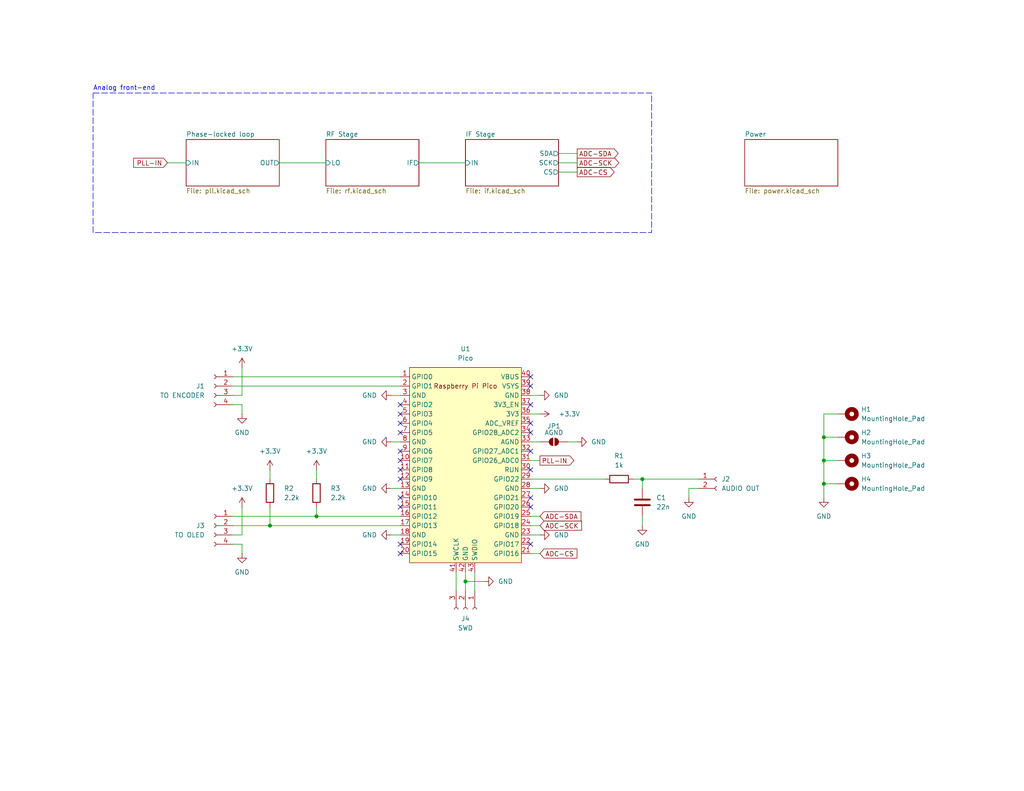
<source format=kicad_sch>
(kicad_sch (version 20231120) (generator "eeschema") (generator_version "8.0")
  (paper "USLetter")
  (title_block (date "2024-04-20") (rev "1"))
  (lib_symbols
    (symbol "Connector:Conn_01x02_Socket" (pin_names (offset 1.016) hide)
      (property "Reference" "J" (at 0 2.54 0))
      (property "Value" "Conn_01x02_Socket" (at 0 -5.08 0))
      (symbol "Conn_01x02_Socket_1_1"
        (arc (start 0 -2.032) (mid -0.5058 -2.54) (end 0 -3.048) (stroke (width 0.1524)))
        (polyline (pts (xy -1.27 -2.54) (xy -0.508 -2.54)) (stroke (width 0.1524)))
        (polyline (pts (xy -1.27 0) (xy -0.508 0)) (stroke (width 0.1524)))
        (arc (start 0 0.508) (mid -0.5058 0) (end 0 -0.508) (stroke (width 0.1524)))
        (pin passive line (at -5.08 0 0) (length 3.81) (name "Pin_1") (number "1"))
        (pin passive line (at -5.08 -2.54 0) (length 3.81) (name "Pin_2") (number "2"))
      )
    )
    (symbol "Connector:Conn_01x03_Socket" (pin_names (offset 1.016) hide)
      (property "Reference" "J" (at 0 5.08 0))
      (property "Value" "Conn_01x03_Socket" (at 0 -5.08 0))
      (symbol "Conn_01x03_Socket_1_1"
        (arc (start 0 -2.032) (mid -0.5058 -2.54) (end 0 -3.048) (stroke (width 0.1524)))
        (polyline (pts (xy -1.27 -2.54) (xy -0.508 -2.54)) (stroke (width 0.1524)))
        (polyline (pts (xy -1.27 0) (xy -0.508 0)) (stroke (width 0.1524)))
        (polyline (pts (xy -1.27 2.54) (xy -0.508 2.54)) (stroke (width 0.1524)))
        (arc (start 0 0.508) (mid -0.5058 0) (end 0 -0.508) (stroke (width 0.1524)))
        (arc (start 0 3.048) (mid -0.5058 2.54) (end 0 2.032) (stroke (width 0.1524)))
        (pin passive line (at -5.08 2.54 0) (length 3.81) (name "Pin_1") (number "1"))
        (pin passive line (at -5.08 0 0) (length 3.81) (name "Pin_2") (number "2"))
        (pin passive line (at -5.08 -2.54 0) (length 3.81) (name "Pin_3") (number "3"))
      )
    )
    (symbol "Connector:Conn_01x04_Socket" (pin_names (offset 1.016) hide)
      (property "Reference" "J" (at 0 5.08 0))
      (property "Value" "Conn_01x04_Socket" (at 0 -7.62 0))
      (symbol "Conn_01x04_Socket_1_1"
        (arc (start 0 -4.572) (mid -0.5058 -5.08) (end 0 -5.588) (stroke (width 0.1524)))
        (arc (start 0 -2.032) (mid -0.5058 -2.54) (end 0 -3.048) (stroke (width 0.1524)))
        (polyline (pts (xy -1.27 -5.08) (xy -0.508 -5.08)) (stroke (width 0.1524)))
        (polyline (pts (xy -1.27 -2.54) (xy -0.508 -2.54)) (stroke (width 0.1524)))
        (polyline (pts (xy -1.27 0) (xy -0.508 0)) (stroke (width 0.1524)))
        (polyline (pts (xy -1.27 2.54) (xy -0.508 2.54)) (stroke (width 0.1524)))
        (arc (start 0 0.508) (mid -0.5058 0) (end 0 -0.508) (stroke (width 0.1524)))
        (arc (start 0 3.048) (mid -0.5058 2.54) (end 0 2.032) (stroke (width 0.1524)))
        (pin passive line (at -5.08 2.54 0) (length 3.81) (name "Pin_1") (number "1"))
        (pin passive line (at -5.08 0 0) (length 3.81) (name "Pin_2") (number "2"))
        (pin passive line (at -5.08 -2.54 0) (length 3.81) (name "Pin_3") (number "3"))
        (pin passive line (at -5.08 -5.08 0) (length 3.81) (name "Pin_4") (number "4"))
      )
    )
    (symbol "Device:C" (pin_numbers hide) (pin_names (offset 0.254))
      (property "Reference" "C" (at 0.635 2.54 0))
      (property "Value" "C" (at 0.635 -2.54 0))
      (symbol "C_0_1"
        (polyline (pts (xy -2.032 -0.762) (xy 2.032 -0.762)) (stroke (width 0.508)))
        (polyline (pts (xy -2.032 0.762) (xy 2.032 0.762)) (stroke (width 0.508)))
      )
      (symbol "C_1_1"
        (pin passive line (at 0 3.81 270) (length 2.794) (name "~") (number "1"))
        (pin passive line (at 0 -3.81 90) (length 2.794) (name "~") (number "2"))
      )
    )
    (symbol "Device:R" (pin_numbers hide) (pin_names (offset 0))
      (property "Reference" "R" (at 2.032 0 90))
      (property "Value" "R" (at 0 0 90))
      (symbol "R_0_1"
        (rectangle (start -1.016 -2.54) (end 1.016 2.54) (stroke (width 0.254)))
      )
      (symbol "R_1_1"
        (pin passive line (at 0 3.81 270) (length 1.27) (name "~") (number "1"))
        (pin passive line (at 0 -3.81 90) (length 1.27) (name "~") (number "2"))
      )
    )
    (symbol "Jumper:SolderJumper_2_Open" (pin_numbers hide) (pin_names (offset 0) hide) (exclude_from_sim yes) (in_bom no)
      (property "Reference" "JP" (at 0 2.032 0))
      (property "Value" "SolderJumper_2_Open" (at 0 -2.54 0))
      (symbol "SolderJumper_2_Open_0_1"
        (arc (start -0.254 1.016) (mid -1.2656 0) (end -0.254 -1.016))
        (arc (start -0.254 1.016) (mid -1.2656 0) (end -0.254 -1.016) (fill (type outline)))
        (polyline (pts (xy -0.254 1.016) (xy -0.254 -1.016)))
        (polyline (pts (xy 0.254 1.016) (xy 0.254 -1.016)))
        (arc (start 0.254 -1.016) (mid 1.2656 0) (end 0.254 1.016))
        (arc (start 0.254 -1.016) (mid 1.2656 0) (end 0.254 1.016) (fill (type outline)))
      )
      (symbol "SolderJumper_2_Open_1_1"
        (pin passive line (at -3.81 0 0) (length 2.54) (name "A") (number "1"))
        (pin passive line (at 3.81 0 180) (length 2.54) (name "B") (number "2"))
      )
    )
    (symbol "MCU_RaspberryPi_and_Boards:Pico"
      (property "Reference" "U" (at -13.97 27.94 0))
      (property "Value" "Pico" (at 0 19.05 0))
      (symbol "Pico_0_0"
        (text "Raspberry Pi Pico" (at 0 21.59 0) (effects (font (size 1.27 1.27))))
      )
      (symbol "Pico_0_1"
        (rectangle (start -15.24 26.67) (end 15.24 -26.67) (fill (type background)))
      )
      (symbol "Pico_1_1"
        (pin bidirectional line (at -17.78 24.13 0) (length 2.54) (name "GPIO0") (number "1"))
        (pin bidirectional line (at -17.78 1.27 0) (length 2.54) (name "GPIO7") (number "10"))
        (pin bidirectional line (at -17.78 -1.27 0) (length 2.54) (name "GPIO8") (number "11"))
        (pin bidirectional line (at -17.78 -3.81 0) (length 2.54) (name "GPIO9") (number "12"))
        (pin power_in line (at -17.78 -6.35 0) (length 2.54) (name "GND") (number "13"))
        (pin bidirectional line (at -17.78 -8.89 0) (length 2.54) (name "GPIO10") (number "14"))
        (pin bidirectional line (at -17.78 -11.43 0) (length 2.54) (name "GPIO11") (number "15"))
        (pin bidirectional line (at -17.78 -13.97 0) (length 2.54) (name "GPIO12") (number "16"))
        (pin bidirectional line (at -17.78 -16.51 0) (length 2.54) (name "GPIO13") (number "17"))
        (pin power_in line (at -17.78 -19.05 0) (length 2.54) (name "GND") (number "18"))
        (pin bidirectional line (at -17.78 -21.59 0) (length 2.54) (name "GPIO14") (number "19"))
        (pin bidirectional line (at -17.78 21.59 0) (length 2.54) (name "GPIO1") (number "2"))
        (pin bidirectional line (at -17.78 -24.13 0) (length 2.54) (name "GPIO15") (number "20"))
        (pin bidirectional line (at 17.78 -24.13 180) (length 2.54) (name "GPIO16") (number "21"))
        (pin bidirectional line (at 17.78 -21.59 180) (length 2.54) (name "GPIO17") (number "22"))
        (pin power_in line (at 17.78 -19.05 180) (length 2.54) (name "GND") (number "23"))
        (pin bidirectional line (at 17.78 -16.51 180) (length 2.54) (name "GPIO18") (number "24"))
        (pin bidirectional line (at 17.78 -13.97 180) (length 2.54) (name "GPIO19") (number "25"))
        (pin bidirectional line (at 17.78 -11.43 180) (length 2.54) (name "GPIO20") (number "26"))
        (pin bidirectional line (at 17.78 -8.89 180) (length 2.54) (name "GPIO21") (number "27"))
        (pin power_in line (at 17.78 -6.35 180) (length 2.54) (name "GND") (number "28"))
        (pin bidirectional line (at 17.78 -3.81 180) (length 2.54) (name "GPIO22") (number "29"))
        (pin power_in line (at -17.78 19.05 0) (length 2.54) (name "GND") (number "3"))
        (pin input line (at 17.78 -1.27 180) (length 2.54) (name "RUN") (number "30"))
        (pin bidirectional line (at 17.78 1.27 180) (length 2.54) (name "GPIO26_ADC0") (number "31"))
        (pin bidirectional line (at 17.78 3.81 180) (length 2.54) (name "GPIO27_ADC1") (number "32"))
        (pin power_in line (at 17.78 6.35 180) (length 2.54) (name "AGND") (number "33"))
        (pin bidirectional line (at 17.78 8.89 180) (length 2.54) (name "GPIO28_ADC2") (number "34"))
        (pin power_in line (at 17.78 11.43 180) (length 2.54) (name "ADC_VREF") (number "35"))
        (pin power_in line (at 17.78 13.97 180) (length 2.54) (name "3V3") (number "36"))
        (pin input line (at 17.78 16.51 180) (length 2.54) (name "3V3_EN") (number "37"))
        (pin bidirectional line (at 17.78 19.05 180) (length 2.54) (name "GND") (number "38"))
        (pin power_in line (at 17.78 21.59 180) (length 2.54) (name "VSYS") (number "39"))
        (pin bidirectional line (at -17.78 16.51 0) (length 2.54) (name "GPIO2") (number "4"))
        (pin power_in line (at 17.78 24.13 180) (length 2.54) (name "VBUS") (number "40"))
        (pin input line (at -2.54 -29.21 90) (length 2.54) (name "SWCLK") (number "41"))
        (pin power_in line (at 0 -29.21 90) (length 2.54) (name "GND") (number "42"))
        (pin bidirectional line (at 2.54 -29.21 90) (length 2.54) (name "SWDIO") (number "43"))
        (pin bidirectional line (at -17.78 13.97 0) (length 2.54) (name "GPIO3") (number "5"))
        (pin bidirectional line (at -17.78 11.43 0) (length 2.54) (name "GPIO4") (number "6"))
        (pin bidirectional line (at -17.78 8.89 0) (length 2.54) (name "GPIO5") (number "7"))
        (pin power_in line (at -17.78 6.35 0) (length 2.54) (name "GND") (number "8"))
        (pin bidirectional line (at -17.78 3.81 0) (length 2.54) (name "GPIO6") (number "9"))
      )
    )
    (symbol "Mechanical:MountingHole_Pad" (pin_numbers hide) (pin_names (offset 1.016) hide) (exclude_from_sim yes) (in_bom no)
      (property "Reference" "H" (at 0 6.35 0))
      (property "Value" "MountingHole_Pad" (at 0 4.445 0))
      (symbol "MountingHole_Pad_0_1"
        (circle (center 0 1.27) (radius 1.27) (stroke (width 1.27)))
      )
      (symbol "MountingHole_Pad_1_1"
        (pin input line (at 0 -2.54 90) (length 2.54) (name "1") (number "1"))
      )
    )
    (symbol "power:+3.3V" (power) (pin_numbers hide) (pin_names (offset 0) hide)
      (property "Value" "+3.3V" (at 0 3.556 0))
      (symbol "+3.3V_0_1"
        (polyline (pts (xy -0.762 1.27) (xy 0 2.54)))
        (polyline (pts (xy 0 0) (xy 0 2.54)))
        (polyline (pts (xy 0 2.54) (xy 0.762 1.27)))
      )
      (symbol "+3.3V_1_1"
        (pin power_in line (at 0 0 90) (length 0) (name "~") (number "1"))
      )
    )
    (symbol "power:GND" (power) (pin_numbers hide) (pin_names (offset 0) hide)
      (property "Value" "GND" (at 0 -3.81 0))
      (symbol "GND_0_1"
        (polyline (pts (xy 0 0) (xy 0 -1.27) (xy 1.27 -1.27) (xy 0 -2.54) (xy -1.27 -1.27) (xy 0 -1.27)))
      )
      (symbol "GND_1_1"
        (pin power_in line (at 0 0 270) (length 0) (name "~") (number "1"))
      )
    )
  )
  (junction (at 127 158.75))
  (junction (at 86.36 140.97))
  (junction (at 224.79 125.73))
  (junction (at 73.66 143.51))
  (junction (at 224.79 119.38))
  (junction (at 175.26 130.81))
  (junction (at 224.79 132.08))
  (no_connect (at 144.78 115.57))
  (no_connect (at 109.22 113.03))
  (no_connect (at 109.22 118.11))
  (no_connect (at 109.22 148.59))
  (no_connect (at 109.22 110.49))
  (no_connect (at 144.78 123.19))
  (no_connect (at 144.78 105.41))
  (no_connect (at 109.22 115.57))
  (no_connect (at 109.22 138.43))
  (no_connect (at 109.22 135.89))
  (no_connect (at 109.22 130.81))
  (no_connect (at 109.22 123.19))
  (no_connect (at 144.78 135.89))
  (no_connect (at 144.78 110.49))
  (no_connect (at 109.22 128.27))
  (no_connect (at 109.22 125.73))
  (no_connect (at 144.78 148.59))
  (no_connect (at 144.78 128.27))
  (no_connect (at 144.78 118.11))
  (no_connect (at 144.78 138.43))
  (no_connect (at 144.78 102.87))
  (no_connect (at 109.22 151.13))
  (wire (pts (xy 144.78 151.13) (xy 147.32 151.13)))
  (wire (pts (xy 152.4 44.45) (xy 157.48 44.45)))
  (wire (pts (xy 114.3 44.45) (xy 127 44.45)))
  (wire (pts (xy 63.5 105.41) (xy 109.22 105.41)))
  (wire (pts (xy 73.66 143.51) (xy 109.22 143.51)))
  (wire (pts (xy 224.79 119.38) (xy 224.79 113.03)))
  (wire (pts (xy 152.4 46.99) (xy 157.48 46.99)))
  (wire (pts (xy 63.5 143.51) (xy 73.66 143.51)))
  (wire (pts (xy 144.78 130.81) (xy 165.1 130.81)))
  (wire (pts (xy 106.68 133.35) (xy 109.22 133.35)))
  (wire (pts (xy 106.68 107.95) (xy 109.22 107.95)))
  (wire (pts (xy 127 156.21) (xy 127 158.75)))
  (wire (pts (xy 86.36 138.43) (xy 86.36 140.97)))
  (wire (pts (xy 224.79 132.08) (xy 224.79 125.73)))
  (wire (pts (xy 147.32 125.73) (xy 144.78 125.73)))
  (wire (pts (xy 224.79 113.03) (xy 228.6 113.03)))
  (wire (pts (xy 76.2 44.45) (xy 88.9 44.45)))
  (wire (pts (xy 175.26 130.81) (xy 190.5 130.81)))
  (wire (pts (xy 224.79 125.73) (xy 228.6 125.73)))
  (wire (pts (xy 224.79 132.08) (xy 228.6 132.08)))
  (wire (pts (xy 224.79 135.89) (xy 224.79 132.08)))
  (wire (pts (xy 73.66 128.27) (xy 73.66 130.81)))
  (wire (pts (xy 63.5 140.97) (xy 86.36 140.97)))
  (wire (pts (xy 144.78 120.65) (xy 147.32 120.65)))
  (wire (pts (xy 144.78 107.95) (xy 147.32 107.95)))
  (wire (pts (xy 144.78 113.03) (xy 147.32 113.03)))
  (wire (pts (xy 175.26 140.97) (xy 175.26 143.51)))
  (wire (pts (xy 187.96 133.35) (xy 190.5 133.35)))
  (wire (pts (xy 144.78 143.51) (xy 147.32 143.51)))
  (wire (pts (xy 152.4 41.91) (xy 157.48 41.91)))
  (wire (pts (xy 175.26 130.81) (xy 175.26 133.35)))
  (wire (pts (xy 224.79 125.73) (xy 224.79 119.38)))
  (wire (pts (xy 106.68 146.05) (xy 109.22 146.05)))
  (wire (pts (xy 127 158.75) (xy 127 161.29)))
  (wire (pts (xy 45.72 44.45) (xy 50.8 44.45)))
  (wire (pts (xy 63.5 148.59) (xy 66.04 148.59)))
  (wire (pts (xy 63.5 102.87) (xy 109.22 102.87)))
  (wire (pts (xy 66.04 148.59) (xy 66.04 151.13)))
  (wire (pts (xy 144.78 146.05) (xy 147.32 146.05)))
  (wire (pts (xy 129.54 156.21) (xy 129.54 161.29)))
  (wire (pts (xy 66.04 107.95) (xy 66.04 100.33)))
  (wire (pts (xy 106.68 120.65) (xy 109.22 120.65)))
  (wire (pts (xy 66.04 110.49) (xy 66.04 113.03)))
  (wire (pts (xy 144.78 133.35) (xy 147.32 133.35)))
  (wire (pts (xy 63.5 146.05) (xy 66.04 146.05)))
  (wire (pts (xy 144.78 140.97) (xy 147.32 140.97)))
  (wire (pts (xy 66.04 146.05) (xy 66.04 138.43)))
  (wire (pts (xy 86.36 140.97) (xy 109.22 140.97)))
  (wire (pts (xy 224.79 119.38) (xy 228.6 119.38)))
  (wire (pts (xy 127 158.75) (xy 132.08 158.75)))
  (wire (pts (xy 63.5 110.49) (xy 66.04 110.49)))
  (wire (pts (xy 63.5 107.95) (xy 66.04 107.95)))
  (wire (pts (xy 187.96 135.89) (xy 187.96 133.35)))
  (wire (pts (xy 124.46 156.21) (xy 124.46 161.29)))
  (wire (pts (xy 172.72 130.81) (xy 175.26 130.81)))
  (wire (pts (xy 73.66 138.43) (xy 73.66 143.51)))
  (wire (pts (xy 154.94 120.65) (xy 157.48 120.65)))
  (wire (pts (xy 86.36 128.27) (xy 86.36 130.81)))
  (rectangle (start 25.4 25.4) (end 177.8 63.5) (stroke (width 0) (type dash)))
  (text "Analog front-end" (at 25.4 24.13 0) (effects (font (size 1.27 1.27)) (justify left)))
  (global_label "ADC-SDA" (shape input) (at 147.32 140.97 0) (property "Intersheetrefs" "${INTERSHEET_REFS}" (effects (hide yes))))
  (global_label "ADC-SCK" (shape input) (at 147.32 143.51 0) (property "Intersheetrefs" "${INTERSHEET_REFS}" (effects (hide yes))))
  (global_label "ADC-SDA" (shape output) (at 157.48 41.91 0) (property "Intersheetrefs" "${INTERSHEET_REFS}" (effects (hide yes))))
  (global_label "ADC-CS" (shape output) (at 157.48 46.99 0) (property "Intersheetrefs" "${INTERSHEET_REFS}" (effects (hide yes))))
  (global_label "ADC-SCK" (shape output) (at 157.48 44.45 0) (property "Intersheetrefs" "${INTERSHEET_REFS}" (effects (hide yes))))
  (global_label "PLL-IN" (shape output) (at 147.32 125.73 0) (property "Intersheetrefs" "${INTERSHEET_REFS}" (effects (hide yes))))
  (global_label "ADC-CS" (shape input) (at 147.32 151.13 0) (property "Intersheetrefs" "${INTERSHEET_REFS}" (effects (hide yes))))
  (global_label "PLL-IN" (shape input) (at 45.72 44.45 180) (property "Intersheetrefs" "${INTERSHEET_REFS}" (effects (hide yes))))
  (symbol (lib_id "power:GND") (at 66.04 151.13 0) (unit 1)
    (property "Reference" "#PWR017" (effects (hide yes)))
    (property "Value" "GND" (at 66.04 156.21 0))
    (property "Description" "Power symbol creates a global label with name \"GND\" , ground" (effects (hide yes)))
  )
  (symbol (lib_id "power:+3.3V") (at 66.04 100.33 0) (unit 1)
    (property "Reference" "#PWR01" (effects (hide yes)))
    (property "Value" "+3.3V" (at 66.04 95.25 0))
    (property "Description" "Power symbol creates a global label with name \"+3.3V\"" (effects (hide yes)))
  )
  (symbol (lib_id "Device:R") (at 168.91 130.81 90) (unit 1)
    (property "Reference" "R1" (at 168.91 124.46 90))
    (property "Value" "1k" (at 168.91 127 90))
    (property "Footprint" "Resistor_SMD:R_0805_2012Metric" (effects (hide yes)))
    (property "Description" "Resistor" (effects (hide yes)))
  )
  (symbol (lib_id "power:GND") (at 224.79 135.89 0) (unit 1)
    (property "Reference" "#PWR057" (effects (hide yes)))
    (property "Value" "GND" (at 224.79 140.97 0))
    (property "Description" "Power symbol creates a global label with name \"GND\" , ground" (effects (hide yes)))
  )
  (symbol (lib_id "Device:C") (at 175.26 137.16 0) (unit 1)
    (property "Reference" "C1" (at 179.07 135.8899 0) (effects (justify left)))
    (property "Value" "22n" (at 179.07 138.4299 0) (effects (justify left)))
    (property "Footprint" "Capacitor_SMD:C_0805_2012Metric" (effects (hide yes)))
    (property "Description" "Unpolarized capacitor" (effects (hide yes)))
  )
  (symbol (lib_id "Connector:Conn_01x04_Socket") (at 58.42 105.41 0) (mirror y) (unit 1)
    (property "Reference" "J1" (at 55.88 105.4099 0) (effects (justify left)))
    (property "Value" "TO ENCODER" (at 55.88 107.9499 0) (effects (justify left)))
    (property "Footprint" "Connector_PinHeader_2.54mm:PinHeader_1x04_P2.54mm_Vertical" (effects (hide yes)))
    (property "Description" "Generic connector, single row, 01x04, script generated" (effects (hide yes)))
  )
  (symbol (lib_id "power:GND") (at 106.68 146.05 270) (unit 1)
    (property "Reference" "#PWR015" (effects (hide yes)))
    (property "Value" "GND" (at 102.87 146.0499 90) (effects (justify right)))
    (property "Description" "Power symbol creates a global label with name \"GND\" , ground" (effects (hide yes)))
  )
  (symbol (lib_id "Connector:Conn_01x04_Socket") (at 58.42 143.51 0) (mirror y) (unit 1)
    (property "Reference" "J3" (at 55.88 143.5099 0) (effects (justify left)))
    (property "Value" "TO OLED" (at 55.88 146.0499 0) (effects (justify left)))
    (property "Footprint" "Connector_PinHeader_2.54mm:PinHeader_1x04_P2.54mm_Vertical" (effects (hide yes)))
    (property "Description" "Generic connector, single row, 01x04, script generated" (effects (hide yes)))
  )
  (symbol (lib_id "power:GND") (at 66.04 113.03 0) (unit 1)
    (property "Reference" "#PWR04" (effects (hide yes)))
    (property "Value" "GND" (at 66.04 118.11 0))
    (property "Description" "Power symbol creates a global label with name \"GND\" , ground" (effects (hide yes)))
  )
  (symbol (lib_id "Mechanical:MountingHole_Pad") (at 231.14 113.03 270) (unit 1) (exclude_from_sim yes) (in_bom no)
    (property "Reference" "H1" (at 234.95 111.7599 90) (effects (justify left)))
    (property "Value" "MountingHole_Pad" (at 234.95 114.2999 90) (effects (justify left)))
    (property "Footprint" "MountingHole:MountingHole_3.2mm_M3_DIN965_Pad_TopBottom" (effects (hide yes)))
    (property "Description" "Mounting Hole with connection" (effects (hide yes)))
  )
  (symbol (lib_id "power:GND") (at 106.68 133.35 270) (unit 1)
    (property "Reference" "#PWR010" (effects (hide yes)))
    (property "Value" "GND" (at 102.87 133.3499 90) (effects (justify right)))
    (property "Description" "Power symbol creates a global label with name \"GND\" , ground" (effects (hide yes)))
  )
  (symbol (lib_id "power:+3.3V") (at 86.36 128.27 0) (unit 1)
    (property "Reference" "#PWR09" (effects (hide yes)))
    (property "Value" "+3.3V" (at 86.36 123.19 0))
    (property "Description" "Power symbol creates a global label with name \"+3.3V\"" (effects (hide yes)))
  )
  (symbol (lib_id "power:GND") (at 147.32 133.35 90) (unit 1)
    (property "Reference" "#PWR011" (effects (hide yes)))
    (property "Value" "GND" (at 151.13 133.3499 90) (effects (justify right)))
    (property "Description" "Power symbol creates a global label with name \"GND\" , ground" (effects (hide yes)))
  )
  (symbol (lib_id "Jumper:SolderJumper_2_Open") (at 151.13 120.65 0) (unit 1) (exclude_from_sim yes) (in_bom no)
    (property "Reference" "JP1" (at 151.13 116.332 0))
    (property "Value" "AGND" (at 151.13 118.11 0))
    (property "Footprint" "Jumper:SolderJumper-2_P1.3mm_Bridged_Pad1.0x1.5mm" (effects (hide yes)))
    (property "Description" "Solder Jumper, 2-pole, open" (effects (hide yes)))
  )
  (symbol (lib_id "power:GND") (at 187.96 135.89 0) (unit 1)
    (property "Reference" "#PWR012" (effects (hide yes)))
    (property "Value" "GND" (at 187.96 140.97 0))
    (property "Description" "Power symbol creates a global label with name \"GND\" , ground" (effects (hide yes)))
  )
  (symbol (lib_id "power:+3.3V") (at 147.32 113.03 270) (unit 1)
    (property "Reference" "#PWR05" (effects (hide yes)))
    (property "Value" "+3.3V" (at 152.4 113.0299 90) (effects (justify left)))
    (property "Description" "Power symbol creates a global label with name \"+3.3V\"" (effects (hide yes)))
  )
  (symbol (lib_id "power:GND") (at 147.32 107.95 90) (unit 1)
    (property "Reference" "#PWR03" (effects (hide yes)))
    (property "Value" "GND" (at 151.13 107.9499 90) (effects (justify right)))
    (property "Description" "Power symbol creates a global label with name \"GND\" , ground" (effects (hide yes)))
  )
  (symbol (lib_id "power:GND") (at 106.68 107.95 270) (unit 1)
    (property "Reference" "#PWR02" (effects (hide yes)))
    (property "Value" "GND" (at 102.87 107.9499 90) (effects (justify right)))
    (property "Description" "Power symbol creates a global label with name \"GND\" , ground" (effects (hide yes)))
  )
  (symbol (lib_id "Mechanical:MountingHole_Pad") (at 231.14 132.08 270) (unit 1) (exclude_from_sim yes) (in_bom no)
    (property "Reference" "H4" (at 234.95 130.8099 90) (effects (justify left)))
    (property "Value" "MountingHole_Pad" (at 234.95 133.3499 90) (effects (justify left)))
    (property "Footprint" "MountingHole:MountingHole_3.2mm_M3_DIN965_Pad_TopBottom" (effects (hide yes)))
    (property "Description" "Mounting Hole with connection" (effects (hide yes)))
  )
  (symbol (lib_id "Device:R") (at 86.36 134.62 0) (unit 1)
    (property "Reference" "R3" (at 90.17 133.3499 0) (effects (justify left)))
    (property "Value" "2.2k" (at 90.17 135.8899 0) (effects (justify left)))
    (property "Footprint" "Resistor_SMD:R_0805_2012Metric" (effects (hide yes)))
    (property "Description" "Resistor" (effects (hide yes)))
  )
  (symbol (lib_id "Mechanical:MountingHole_Pad") (at 231.14 125.73 270) (unit 1) (exclude_from_sim yes) (in_bom no)
    (property "Reference" "H3" (at 234.95 124.4599 90) (effects (justify left)))
    (property "Value" "MountingHole_Pad" (at 234.95 126.9999 90) (effects (justify left)))
    (property "Footprint" "MountingHole:MountingHole_3.2mm_M3_DIN965_Pad_TopBottom" (effects (hide yes)))
    (property "Description" "Mounting Hole with connection" (effects (hide yes)))
  )
  (symbol (lib_id "Device:R") (at 73.66 134.62 0) (unit 1)
    (property "Reference" "R2" (at 77.47 133.3499 0) (effects (justify left)))
    (property "Value" "2.2k" (at 77.47 135.8899 0) (effects (justify left)))
    (property "Footprint" "Resistor_SMD:R_0805_2012Metric" (effects (hide yes)))
    (property "Description" "Resistor" (effects (hide yes)))
  )
  (symbol (lib_id "MCU_RaspberryPi_and_Boards:Pico") (at 127 127 0) (unit 1)
    (property "Reference" "U1" (at 127 95.25 0))
    (property "Value" "Pico" (at 127 97.79 0))
    (property "Footprint" "MCU_RaspberryPi_and_Boards:RPi_Pico_SMD_TH" (effects (hide yes)))
  )
  (symbol (lib_id "Mechanical:MountingHole_Pad") (at 231.14 119.38 270) (unit 1) (exclude_from_sim yes) (in_bom no)
    (property "Reference" "H2" (at 234.95 118.1099 90) (effects (justify left)))
    (property "Value" "MountingHole_Pad" (at 234.95 120.6499 90) (effects (justify left)))
    (property "Footprint" "MountingHole:MountingHole_3.2mm_M3_DIN965_Pad_TopBottom" (effects (hide yes)))
    (property "Description" "Mounting Hole with connection" (effects (hide yes)))
  )
  (symbol (lib_id "power:GND") (at 147.32 146.05 90) (unit 1)
    (property "Reference" "#PWR016" (effects (hide yes)))
    (property "Value" "GND" (at 151.13 146.0499 90) (effects (justify right)))
    (property "Description" "Power symbol creates a global label with name \"GND\" , ground" (effects (hide yes)))
  )
  (symbol (lib_id "power:+3.3V") (at 73.66 128.27 0) (unit 1)
    (property "Reference" "#PWR08" (effects (hide yes)))
    (property "Value" "+3.3V" (at 73.66 123.19 0))
    (property "Description" "Power symbol creates a global label with name \"+3.3V\"" (effects (hide yes)))
  )
  (symbol (lib_id "power:GND") (at 157.48 120.65 90) (unit 1)
    (property "Reference" "#PWR07" (effects (hide yes)))
    (property "Value" "GND" (at 161.29 120.6499 90) (effects (justify right)))
    (property "Description" "Power symbol creates a global label with name \"GND\" , ground" (effects (hide yes)))
  )
  (symbol (lib_id "power:GND") (at 175.26 143.51 0) (unit 1)
    (property "Reference" "#PWR014" (effects (hide yes)))
    (property "Value" "GND" (at 175.26 148.59 0))
    (property "Description" "Power symbol creates a global label with name \"GND\" , ground" (effects (hide yes)))
  )
  (symbol (lib_id "Connector:Conn_01x03_Socket") (at 127 166.37 270) (unit 1)
    (property "Reference" "J4" (at 127 168.91 90))
    (property "Value" "SWD" (at 127 171.45 90))
    (property "Footprint" "Connector_PinHeader_2.54mm:PinHeader_1x03_P2.54mm_Vertical" (effects (hide yes)))
    (property "Description" "Generic connector, single row, 01x03, script generated" (effects (hide yes)))
  )
  (symbol (lib_id "power:GND") (at 132.08 158.75 90) (unit 1)
    (property "Reference" "#PWR018" (effects (hide yes)))
    (property "Value" "GND" (at 135.89 158.7499 90) (effects (justify right)))
    (property "Description" "Power symbol creates a global label with name \"GND\" , ground" (effects (hide yes)))
  )
  (symbol (lib_id "power:+3.3V") (at 66.04 138.43 0) (unit 1)
    (property "Reference" "#PWR013" (effects (hide yes)))
    (property "Value" "+3.3V" (at 66.04 133.35 0))
    (property "Description" "Power symbol creates a global label with name \"+3.3V\"" (effects (hide yes)))
  )
  (symbol (lib_id "power:GND") (at 106.68 120.65 270) (unit 1)
    (property "Reference" "#PWR06" (effects (hide yes)))
    (property "Value" "GND" (at 102.87 120.6499 90) (effects (justify right)))
    (property "Description" "Power symbol creates a global label with name \"GND\" , ground" (effects (hide yes)))
  )
  (symbol (lib_id "Connector:Conn_01x02_Socket") (at 195.58 130.81 0) (unit 1)
    (property "Reference" "J2" (at 196.85 130.8099 0) (effects (justify left)))
    (property "Value" "AUDIO OUT" (at 196.85 133.3499 0) (effects (justify left)))
    (property "Footprint" "Connector_PinHeader_2.54mm:PinHeader_1x02_P2.54mm_Vertical" (effects (hide yes)))
    (property "Description" "Generic connector, single row, 01x02, script generated" (effects (hide yes)))
  )
  (sheet (at 127 38.1) (size 25.4 12.7) (stroke (width 0.1524))
    (property "Sheetname" "IF Stage" (at 127 37.3884 0) (effects (justify left bottom)))
    (property "Sheetfile" "if.kicad_sch" (at 127 51.3846 0) (effects (justify left top)))
    (pin "IN" input (at 127 44.45 180))
    (pin "SCK" output (at 152.4 44.45 0))
    (pin "CS" output (at 152.4 46.99 0))
    (pin "SDA" output (at 152.4 41.91 0))
  )
  (sheet (at 88.9 38.1) (size 25.4 12.7) (stroke (width 0.1524))
    (property "Sheetname" "RF Stage" (at 88.9 37.3884 0) (effects (justify left bottom)))
    (property "Sheetfile" "rf.kicad_sch" (at 88.9 51.3846 0) (effects (justify left top)))
    (pin "IF" output (at 114.3 44.45 0))
    (pin "LO" input (at 88.9 44.45 180))
  )
  (sheet (at 203.2 38.1) (size 25.4 12.7) (stroke (width 0.1524))
    (property "Sheetname" "Power" (at 203.2 37.3884 0) (effects (justify left bottom)))
    (property "Sheetfile" "power.kicad_sch" (at 203.2 51.3846 0) (effects (justify left top)))
  )
  (sheet (at 50.8 38.1) (size 25.4 12.7) (stroke (width 0.1524))
    (property "Sheetname" "Phase-locked loop" (at 50.8 37.3884 0) (effects (justify left bottom)))
    (property "Sheetfile" "pll.kicad_sch" (at 50.8 51.3846 0) (effects (justify left top)))
    (pin "IN" input (at 50.8 44.45 180))
    (pin "OUT" output (at 76.2 44.45 0))
  )
)
</source>
